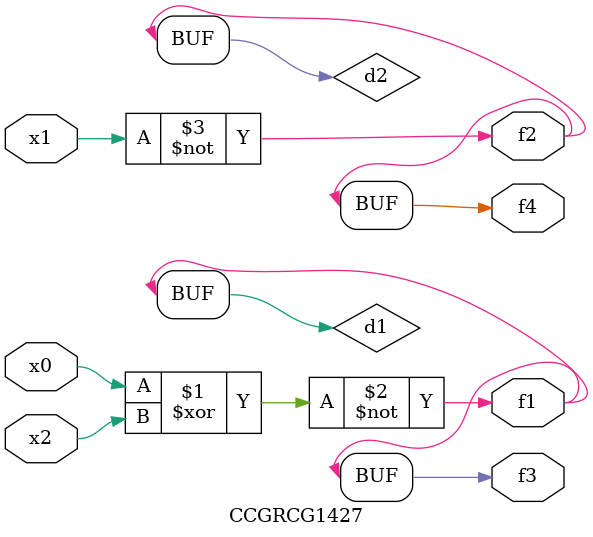
<source format=v>
module CCGRCG1427(
	input x0, x1, x2,
	output f1, f2, f3, f4
);

	wire d1, d2, d3;

	xnor (d1, x0, x2);
	nand (d2, x1);
	nor (d3, x1, x2);
	assign f1 = d1;
	assign f2 = d2;
	assign f3 = d1;
	assign f4 = d2;
endmodule

</source>
